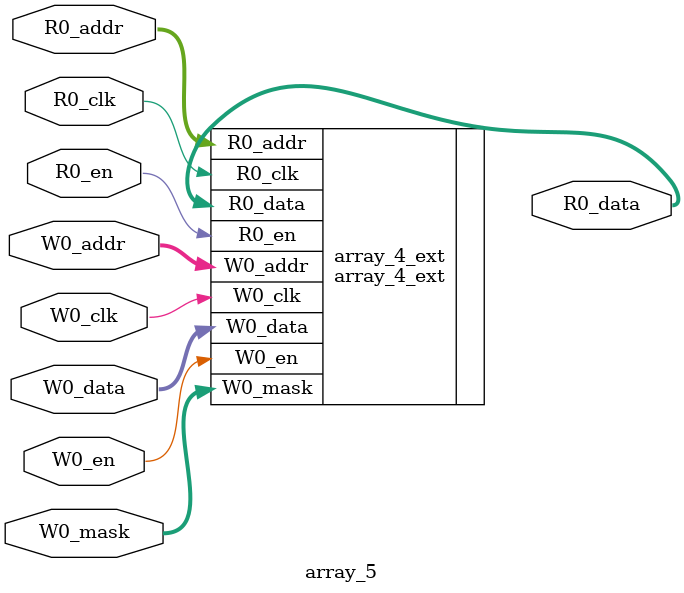
<source format=sv>
`ifndef RANDOMIZE
  `ifdef RANDOMIZE_MEM_INIT
    `define RANDOMIZE
  `endif // RANDOMIZE_MEM_INIT
`endif // not def RANDOMIZE
`ifndef RANDOMIZE
  `ifdef RANDOMIZE_REG_INIT
    `define RANDOMIZE
  `endif // RANDOMIZE_REG_INIT
`endif // not def RANDOMIZE

`ifndef RANDOM
  `define RANDOM $random
`endif // not def RANDOM

// Users can define INIT_RANDOM as general code that gets injected into the
// initializer block for modules with registers.
`ifndef INIT_RANDOM
  `define INIT_RANDOM
`endif // not def INIT_RANDOM

// If using random initialization, you can also define RANDOMIZE_DELAY to
// customize the delay used, otherwise 0.002 is used.
`ifndef RANDOMIZE_DELAY
  `define RANDOMIZE_DELAY 0.002
`endif // not def RANDOMIZE_DELAY

// Define INIT_RANDOM_PROLOG_ for use in our modules below.
`ifndef INIT_RANDOM_PROLOG_
  `ifdef RANDOMIZE
    `ifdef VERILATOR
      `define INIT_RANDOM_PROLOG_ `INIT_RANDOM
    `else  // VERILATOR
      `define INIT_RANDOM_PROLOG_ `INIT_RANDOM #`RANDOMIZE_DELAY begin end
    `endif // VERILATOR
  `else  // RANDOMIZE
    `define INIT_RANDOM_PROLOG_
  `endif // RANDOMIZE
`endif // not def INIT_RANDOM_PROLOG_

// Include register initializers in init blocks unless synthesis is set
`ifndef SYNTHESIS
  `ifndef ENABLE_INITIAL_REG_
    `define ENABLE_INITIAL_REG_
  `endif // not def ENABLE_INITIAL_REG_
`endif // not def SYNTHESIS

// Include rmemory initializers in init blocks unless synthesis is set
`ifndef SYNTHESIS
  `ifndef ENABLE_INITIAL_MEM_
    `define ENABLE_INITIAL_MEM_
  `endif // not def ENABLE_INITIAL_MEM_
`endif // not def SYNTHESIS

// Standard header to adapt well known macros for prints and assertions.

// Users can define 'PRINTF_COND' to add an extra gate to prints.
`ifndef PRINTF_COND_
  `ifdef PRINTF_COND
    `define PRINTF_COND_ (`PRINTF_COND)
  `else  // PRINTF_COND
    `define PRINTF_COND_ 1
  `endif // PRINTF_COND
`endif // not def PRINTF_COND_

// Users can define 'ASSERT_VERBOSE_COND' to add an extra gate to assert error printing.
`ifndef ASSERT_VERBOSE_COND_
  `ifdef ASSERT_VERBOSE_COND
    `define ASSERT_VERBOSE_COND_ (`ASSERT_VERBOSE_COND)
  `else  // ASSERT_VERBOSE_COND
    `define ASSERT_VERBOSE_COND_ 1
  `endif // ASSERT_VERBOSE_COND
`endif // not def ASSERT_VERBOSE_COND_

// Users can define 'STOP_COND' to add an extra gate to stop conditions.
`ifndef STOP_COND_
  `ifdef STOP_COND
    `define STOP_COND_ (`STOP_COND)
  `else  // STOP_COND
    `define STOP_COND_ 1
  `endif // STOP_COND
`endif // not def STOP_COND_

module array_5(	// ventus/src/SRAMTemplate/SRAMTemplate.scala:96:26
  input  [9:0]  R0_addr,
  input         R0_en,
                R0_clk,
  output [31:0] R0_data,
  input  [9:0]  W0_addr,
  input         W0_en,
                W0_clk,
  input  [31:0] W0_data,
  input  [3:0]  W0_mask
);

  array_4_ext array_4_ext (	// ventus/src/SRAMTemplate/SRAMTemplate.scala:96:26
    .R0_addr (R0_addr),
    .R0_en   (R0_en),
    .R0_clk  (R0_clk),
    .R0_data (R0_data),
    .W0_addr (W0_addr),
    .W0_en   (W0_en),
    .W0_clk  (W0_clk),
    .W0_data (W0_data),
    .W0_mask (W0_mask)
  );
endmodule


</source>
